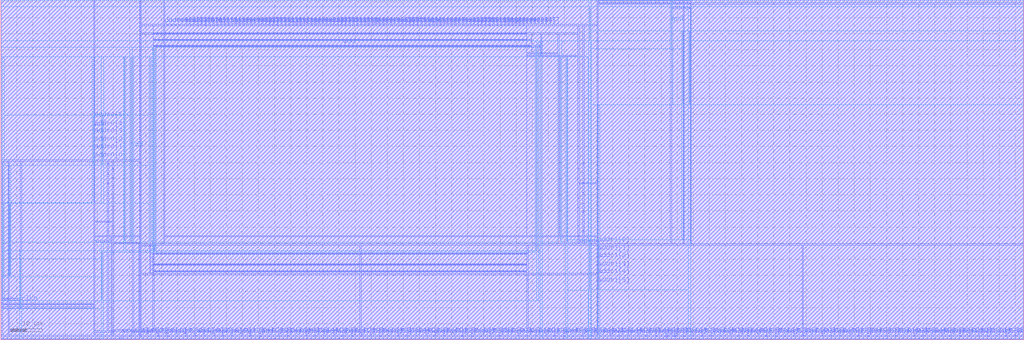
<source format=lef>
VERSION 5.4 ;
NAMESCASESENSITIVE ON ;
BUSBITCHARS "[]" ;
DIVIDERCHAR "/" ;
UNITS
  DATABASE MICRONS 2000 ;
END UNITS
MACRO freepdk45_sram_1w1r_38x96_32
   CLASS BLOCK ;
   SIZE 317.615 BY 105.555 ;
   SYMMETRY X Y R90 ;
   PIN din0[0]
      DIRECTION INPUT ;
      PORT
         LAYER metal3 ;
         RECT  43.27 1.105 43.405 1.24 ;
      END
   END din0[0]
   PIN din0[1]
      DIRECTION INPUT ;
      PORT
         LAYER metal3 ;
         RECT  46.13 1.105 46.265 1.24 ;
      END
   END din0[1]
   PIN din0[2]
      DIRECTION INPUT ;
      PORT
         LAYER metal3 ;
         RECT  48.99 1.105 49.125 1.24 ;
      END
   END din0[2]
   PIN din0[3]
      DIRECTION INPUT ;
      PORT
         LAYER metal3 ;
         RECT  51.85 1.105 51.985 1.24 ;
      END
   END din0[3]
   PIN din0[4]
      DIRECTION INPUT ;
      PORT
         LAYER metal3 ;
         RECT  54.71 1.105 54.845 1.24 ;
      END
   END din0[4]
   PIN din0[5]
      DIRECTION INPUT ;
      PORT
         LAYER metal3 ;
         RECT  57.57 1.105 57.705 1.24 ;
      END
   END din0[5]
   PIN din0[6]
      DIRECTION INPUT ;
      PORT
         LAYER metal3 ;
         RECT  60.43 1.105 60.565 1.24 ;
      END
   END din0[6]
   PIN din0[7]
      DIRECTION INPUT ;
      PORT
         LAYER metal3 ;
         RECT  63.29 1.105 63.425 1.24 ;
      END
   END din0[7]
   PIN din0[8]
      DIRECTION INPUT ;
      PORT
         LAYER metal3 ;
         RECT  66.15 1.105 66.285 1.24 ;
      END
   END din0[8]
   PIN din0[9]
      DIRECTION INPUT ;
      PORT
         LAYER metal3 ;
         RECT  69.01 1.105 69.145 1.24 ;
      END
   END din0[9]
   PIN din0[10]
      DIRECTION INPUT ;
      PORT
         LAYER metal3 ;
         RECT  71.87 1.105 72.005 1.24 ;
      END
   END din0[10]
   PIN din0[11]
      DIRECTION INPUT ;
      PORT
         LAYER metal3 ;
         RECT  74.73 1.105 74.865 1.24 ;
      END
   END din0[11]
   PIN din0[12]
      DIRECTION INPUT ;
      PORT
         LAYER metal3 ;
         RECT  77.59 1.105 77.725 1.24 ;
      END
   END din0[12]
   PIN din0[13]
      DIRECTION INPUT ;
      PORT
         LAYER metal3 ;
         RECT  80.45 1.105 80.585 1.24 ;
      END
   END din0[13]
   PIN din0[14]
      DIRECTION INPUT ;
      PORT
         LAYER metal3 ;
         RECT  83.31 1.105 83.445 1.24 ;
      END
   END din0[14]
   PIN din0[15]
      DIRECTION INPUT ;
      PORT
         LAYER metal3 ;
         RECT  86.17 1.105 86.305 1.24 ;
      END
   END din0[15]
   PIN din0[16]
      DIRECTION INPUT ;
      PORT
         LAYER metal3 ;
         RECT  89.03 1.105 89.165 1.24 ;
      END
   END din0[16]
   PIN din0[17]
      DIRECTION INPUT ;
      PORT
         LAYER metal3 ;
         RECT  91.89 1.105 92.025 1.24 ;
      END
   END din0[17]
   PIN din0[18]
      DIRECTION INPUT ;
      PORT
         LAYER metal3 ;
         RECT  94.75 1.105 94.885 1.24 ;
      END
   END din0[18]
   PIN din0[19]
      DIRECTION INPUT ;
      PORT
         LAYER metal3 ;
         RECT  97.61 1.105 97.745 1.24 ;
      END
   END din0[19]
   PIN din0[20]
      DIRECTION INPUT ;
      PORT
         LAYER metal3 ;
         RECT  100.47 1.105 100.605 1.24 ;
      END
   END din0[20]
   PIN din0[21]
      DIRECTION INPUT ;
      PORT
         LAYER metal3 ;
         RECT  103.33 1.105 103.465 1.24 ;
      END
   END din0[21]
   PIN din0[22]
      DIRECTION INPUT ;
      PORT
         LAYER metal3 ;
         RECT  106.19 1.105 106.325 1.24 ;
      END
   END din0[22]
   PIN din0[23]
      DIRECTION INPUT ;
      PORT
         LAYER metal3 ;
         RECT  109.05 1.105 109.185 1.24 ;
      END
   END din0[23]
   PIN din0[24]
      DIRECTION INPUT ;
      PORT
         LAYER metal3 ;
         RECT  111.91 1.105 112.045 1.24 ;
      END
   END din0[24]
   PIN din0[25]
      DIRECTION INPUT ;
      PORT
         LAYER metal3 ;
         RECT  114.77 1.105 114.905 1.24 ;
      END
   END din0[25]
   PIN din0[26]
      DIRECTION INPUT ;
      PORT
         LAYER metal3 ;
         RECT  117.63 1.105 117.765 1.24 ;
      END
   END din0[26]
   PIN din0[27]
      DIRECTION INPUT ;
      PORT
         LAYER metal3 ;
         RECT  120.49 1.105 120.625 1.24 ;
      END
   END din0[27]
   PIN din0[28]
      DIRECTION INPUT ;
      PORT
         LAYER metal3 ;
         RECT  123.35 1.105 123.485 1.24 ;
      END
   END din0[28]
   PIN din0[29]
      DIRECTION INPUT ;
      PORT
         LAYER metal3 ;
         RECT  126.21 1.105 126.345 1.24 ;
      END
   END din0[29]
   PIN din0[30]
      DIRECTION INPUT ;
      PORT
         LAYER metal3 ;
         RECT  129.07 1.105 129.205 1.24 ;
      END
   END din0[30]
   PIN din0[31]
      DIRECTION INPUT ;
      PORT
         LAYER metal3 ;
         RECT  131.93 1.105 132.065 1.24 ;
      END
   END din0[31]
   PIN din0[32]
      DIRECTION INPUT ;
      PORT
         LAYER metal3 ;
         RECT  134.79 1.105 134.925 1.24 ;
      END
   END din0[32]
   PIN din0[33]
      DIRECTION INPUT ;
      PORT
         LAYER metal3 ;
         RECT  137.65 1.105 137.785 1.24 ;
      END
   END din0[33]
   PIN din0[34]
      DIRECTION INPUT ;
      PORT
         LAYER metal3 ;
         RECT  140.51 1.105 140.645 1.24 ;
      END
   END din0[34]
   PIN din0[35]
      DIRECTION INPUT ;
      PORT
         LAYER metal3 ;
         RECT  143.37 1.105 143.505 1.24 ;
      END
   END din0[35]
   PIN din0[36]
      DIRECTION INPUT ;
      PORT
         LAYER metal3 ;
         RECT  146.23 1.105 146.365 1.24 ;
      END
   END din0[36]
   PIN din0[37]
      DIRECTION INPUT ;
      PORT
         LAYER metal3 ;
         RECT  149.09 1.105 149.225 1.24 ;
      END
   END din0[37]
   PIN din0[38]
      DIRECTION INPUT ;
      PORT
         LAYER metal3 ;
         RECT  151.95 1.105 152.085 1.24 ;
      END
   END din0[38]
   PIN din0[39]
      DIRECTION INPUT ;
      PORT
         LAYER metal3 ;
         RECT  154.81 1.105 154.945 1.24 ;
      END
   END din0[39]
   PIN din0[40]
      DIRECTION INPUT ;
      PORT
         LAYER metal3 ;
         RECT  157.67 1.105 157.805 1.24 ;
      END
   END din0[40]
   PIN din0[41]
      DIRECTION INPUT ;
      PORT
         LAYER metal3 ;
         RECT  160.53 1.105 160.665 1.24 ;
      END
   END din0[41]
   PIN din0[42]
      DIRECTION INPUT ;
      PORT
         LAYER metal3 ;
         RECT  163.39 1.105 163.525 1.24 ;
      END
   END din0[42]
   PIN din0[43]
      DIRECTION INPUT ;
      PORT
         LAYER metal3 ;
         RECT  166.25 1.105 166.385 1.24 ;
      END
   END din0[43]
   PIN din0[44]
      DIRECTION INPUT ;
      PORT
         LAYER metal3 ;
         RECT  169.11 1.105 169.245 1.24 ;
      END
   END din0[44]
   PIN din0[45]
      DIRECTION INPUT ;
      PORT
         LAYER metal3 ;
         RECT  171.97 1.105 172.105 1.24 ;
      END
   END din0[45]
   PIN din0[46]
      DIRECTION INPUT ;
      PORT
         LAYER metal3 ;
         RECT  174.83 1.105 174.965 1.24 ;
      END
   END din0[46]
   PIN din0[47]
      DIRECTION INPUT ;
      PORT
         LAYER metal3 ;
         RECT  177.69 1.105 177.825 1.24 ;
      END
   END din0[47]
   PIN din0[48]
      DIRECTION INPUT ;
      PORT
         LAYER metal3 ;
         RECT  180.55 1.105 180.685 1.24 ;
      END
   END din0[48]
   PIN din0[49]
      DIRECTION INPUT ;
      PORT
         LAYER metal3 ;
         RECT  183.41 1.105 183.545 1.24 ;
      END
   END din0[49]
   PIN din0[50]
      DIRECTION INPUT ;
      PORT
         LAYER metal3 ;
         RECT  186.27 1.105 186.405 1.24 ;
      END
   END din0[50]
   PIN din0[51]
      DIRECTION INPUT ;
      PORT
         LAYER metal3 ;
         RECT  189.13 1.105 189.265 1.24 ;
      END
   END din0[51]
   PIN din0[52]
      DIRECTION INPUT ;
      PORT
         LAYER metal3 ;
         RECT  191.99 1.105 192.125 1.24 ;
      END
   END din0[52]
   PIN din0[53]
      DIRECTION INPUT ;
      PORT
         LAYER metal3 ;
         RECT  194.85 1.105 194.985 1.24 ;
      END
   END din0[53]
   PIN din0[54]
      DIRECTION INPUT ;
      PORT
         LAYER metal3 ;
         RECT  197.71 1.105 197.845 1.24 ;
      END
   END din0[54]
   PIN din0[55]
      DIRECTION INPUT ;
      PORT
         LAYER metal3 ;
         RECT  200.57 1.105 200.705 1.24 ;
      END
   END din0[55]
   PIN din0[56]
      DIRECTION INPUT ;
      PORT
         LAYER metal3 ;
         RECT  203.43 1.105 203.565 1.24 ;
      END
   END din0[56]
   PIN din0[57]
      DIRECTION INPUT ;
      PORT
         LAYER metal3 ;
         RECT  206.29 1.105 206.425 1.24 ;
      END
   END din0[57]
   PIN din0[58]
      DIRECTION INPUT ;
      PORT
         LAYER metal3 ;
         RECT  209.15 1.105 209.285 1.24 ;
      END
   END din0[58]
   PIN din0[59]
      DIRECTION INPUT ;
      PORT
         LAYER metal3 ;
         RECT  212.01 1.105 212.145 1.24 ;
      END
   END din0[59]
   PIN din0[60]
      DIRECTION INPUT ;
      PORT
         LAYER metal3 ;
         RECT  214.87 1.105 215.005 1.24 ;
      END
   END din0[60]
   PIN din0[61]
      DIRECTION INPUT ;
      PORT
         LAYER metal3 ;
         RECT  217.73 1.105 217.865 1.24 ;
      END
   END din0[61]
   PIN din0[62]
      DIRECTION INPUT ;
      PORT
         LAYER metal3 ;
         RECT  220.59 1.105 220.725 1.24 ;
      END
   END din0[62]
   PIN din0[63]
      DIRECTION INPUT ;
      PORT
         LAYER metal3 ;
         RECT  223.45 1.105 223.585 1.24 ;
      END
   END din0[63]
   PIN din0[64]
      DIRECTION INPUT ;
      PORT
         LAYER metal3 ;
         RECT  226.31 1.105 226.445 1.24 ;
      END
   END din0[64]
   PIN din0[65]
      DIRECTION INPUT ;
      PORT
         LAYER metal3 ;
         RECT  229.17 1.105 229.305 1.24 ;
      END
   END din0[65]
   PIN din0[66]
      DIRECTION INPUT ;
      PORT
         LAYER metal3 ;
         RECT  232.03 1.105 232.165 1.24 ;
      END
   END din0[66]
   PIN din0[67]
      DIRECTION INPUT ;
      PORT
         LAYER metal3 ;
         RECT  234.89 1.105 235.025 1.24 ;
      END
   END din0[67]
   PIN din0[68]
      DIRECTION INPUT ;
      PORT
         LAYER metal3 ;
         RECT  237.75 1.105 237.885 1.24 ;
      END
   END din0[68]
   PIN din0[69]
      DIRECTION INPUT ;
      PORT
         LAYER metal3 ;
         RECT  240.61 1.105 240.745 1.24 ;
      END
   END din0[69]
   PIN din0[70]
      DIRECTION INPUT ;
      PORT
         LAYER metal3 ;
         RECT  243.47 1.105 243.605 1.24 ;
      END
   END din0[70]
   PIN din0[71]
      DIRECTION INPUT ;
      PORT
         LAYER metal3 ;
         RECT  246.33 1.105 246.465 1.24 ;
      END
   END din0[71]
   PIN din0[72]
      DIRECTION INPUT ;
      PORT
         LAYER metal3 ;
         RECT  249.19 1.105 249.325 1.24 ;
      END
   END din0[72]
   PIN din0[73]
      DIRECTION INPUT ;
      PORT
         LAYER metal3 ;
         RECT  252.05 1.105 252.185 1.24 ;
      END
   END din0[73]
   PIN din0[74]
      DIRECTION INPUT ;
      PORT
         LAYER metal3 ;
         RECT  254.91 1.105 255.045 1.24 ;
      END
   END din0[74]
   PIN din0[75]
      DIRECTION INPUT ;
      PORT
         LAYER metal3 ;
         RECT  257.77 1.105 257.905 1.24 ;
      END
   END din0[75]
   PIN din0[76]
      DIRECTION INPUT ;
      PORT
         LAYER metal3 ;
         RECT  260.63 1.105 260.765 1.24 ;
      END
   END din0[76]
   PIN din0[77]
      DIRECTION INPUT ;
      PORT
         LAYER metal3 ;
         RECT  263.49 1.105 263.625 1.24 ;
      END
   END din0[77]
   PIN din0[78]
      DIRECTION INPUT ;
      PORT
         LAYER metal3 ;
         RECT  266.35 1.105 266.485 1.24 ;
      END
   END din0[78]
   PIN din0[79]
      DIRECTION INPUT ;
      PORT
         LAYER metal3 ;
         RECT  269.21 1.105 269.345 1.24 ;
      END
   END din0[79]
   PIN din0[80]
      DIRECTION INPUT ;
      PORT
         LAYER metal3 ;
         RECT  272.07 1.105 272.205 1.24 ;
      END
   END din0[80]
   PIN din0[81]
      DIRECTION INPUT ;
      PORT
         LAYER metal3 ;
         RECT  274.93 1.105 275.065 1.24 ;
      END
   END din0[81]
   PIN din0[82]
      DIRECTION INPUT ;
      PORT
         LAYER metal3 ;
         RECT  277.79 1.105 277.925 1.24 ;
      END
   END din0[82]
   PIN din0[83]
      DIRECTION INPUT ;
      PORT
         LAYER metal3 ;
         RECT  280.65 1.105 280.785 1.24 ;
      END
   END din0[83]
   PIN din0[84]
      DIRECTION INPUT ;
      PORT
         LAYER metal3 ;
         RECT  283.51 1.105 283.645 1.24 ;
      END
   END din0[84]
   PIN din0[85]
      DIRECTION INPUT ;
      PORT
         LAYER metal3 ;
         RECT  286.37 1.105 286.505 1.24 ;
      END
   END din0[85]
   PIN din0[86]
      DIRECTION INPUT ;
      PORT
         LAYER metal3 ;
         RECT  289.23 1.105 289.365 1.24 ;
      END
   END din0[86]
   PIN din0[87]
      DIRECTION INPUT ;
      PORT
         LAYER metal3 ;
         RECT  292.09 1.105 292.225 1.24 ;
      END
   END din0[87]
   PIN din0[88]
      DIRECTION INPUT ;
      PORT
         LAYER metal3 ;
         RECT  294.95 1.105 295.085 1.24 ;
      END
   END din0[88]
   PIN din0[89]
      DIRECTION INPUT ;
      PORT
         LAYER metal3 ;
         RECT  297.81 1.105 297.945 1.24 ;
      END
   END din0[89]
   PIN din0[90]
      DIRECTION INPUT ;
      PORT
         LAYER metal3 ;
         RECT  300.67 1.105 300.805 1.24 ;
      END
   END din0[90]
   PIN din0[91]
      DIRECTION INPUT ;
      PORT
         LAYER metal3 ;
         RECT  303.53 1.105 303.665 1.24 ;
      END
   END din0[91]
   PIN din0[92]
      DIRECTION INPUT ;
      PORT
         LAYER metal3 ;
         RECT  306.39 1.105 306.525 1.24 ;
      END
   END din0[92]
   PIN din0[93]
      DIRECTION INPUT ;
      PORT
         LAYER metal3 ;
         RECT  309.25 1.105 309.385 1.24 ;
      END
   END din0[93]
   PIN din0[94]
      DIRECTION INPUT ;
      PORT
         LAYER metal3 ;
         RECT  312.11 1.105 312.245 1.24 ;
      END
   END din0[94]
   PIN din0[95]
      DIRECTION INPUT ;
      PORT
         LAYER metal3 ;
         RECT  314.97 1.105 315.105 1.24 ;
      END
   END din0[95]
   PIN addr0[0]
      DIRECTION INPUT ;
      PORT
         LAYER metal3 ;
         RECT  28.97 55.6125 29.105 55.7475 ;
      END
   END addr0[0]
   PIN addr0[1]
      DIRECTION INPUT ;
      PORT
         LAYER metal3 ;
         RECT  28.97 58.3425 29.105 58.4775 ;
      END
   END addr0[1]
   PIN addr0[2]
      DIRECTION INPUT ;
      PORT
         LAYER metal3 ;
         RECT  28.97 60.5525 29.105 60.6875 ;
      END
   END addr0[2]
   PIN addr0[3]
      DIRECTION INPUT ;
      PORT
         LAYER metal3 ;
         RECT  28.97 63.2825 29.105 63.4175 ;
      END
   END addr0[3]
   PIN addr0[4]
      DIRECTION INPUT ;
      PORT
         LAYER metal3 ;
         RECT  28.97 65.4925 29.105 65.6275 ;
      END
   END addr0[4]
   PIN addr0[5]
      DIRECTION INPUT ;
      PORT
         LAYER metal3 ;
         RECT  28.97 68.2225 29.105 68.3575 ;
      END
   END addr0[5]
   PIN addr1[0]
      DIRECTION INPUT ;
      PORT
         LAYER metal3 ;
         RECT  185.3 29.4825 185.435 29.6175 ;
      END
   END addr1[0]
   PIN addr1[1]
      DIRECTION INPUT ;
      PORT
         LAYER metal3 ;
         RECT  185.3 26.7525 185.435 26.8875 ;
      END
   END addr1[1]
   PIN addr1[2]
      DIRECTION INPUT ;
      PORT
         LAYER metal3 ;
         RECT  185.3 24.5425 185.435 24.6775 ;
      END
   END addr1[2]
   PIN addr1[3]
      DIRECTION INPUT ;
      PORT
         LAYER metal3 ;
         RECT  185.3 21.8125 185.435 21.9475 ;
      END
   END addr1[3]
   PIN addr1[4]
      DIRECTION INPUT ;
      PORT
         LAYER metal3 ;
         RECT  185.3 19.6025 185.435 19.7375 ;
      END
   END addr1[4]
   PIN addr1[5]
      DIRECTION INPUT ;
      PORT
         LAYER metal3 ;
         RECT  185.3 16.8725 185.435 17.0075 ;
      END
   END addr1[5]
   PIN csb0
      DIRECTION INPUT ;
      PORT
         LAYER metal3 ;
         RECT  0.285 11.0225 0.42 11.1575 ;
      END
   END csb0
   PIN csb1
      DIRECTION INPUT ;
      PORT
         LAYER metal3 ;
         RECT  214.125 104.3125 214.26 104.4475 ;
      END
   END csb1
   PIN clk0
      DIRECTION INPUT ;
      PORT
         LAYER metal3 ;
         RECT  6.2475 11.1075 6.3825 11.2425 ;
      END
   END clk0
   PIN clk1
      DIRECTION INPUT ;
      PORT
         LAYER metal3 ;
         RECT  208.0225 104.2275 208.1575 104.3625 ;
      END
   END clk1
   PIN wmask0[0]
      DIRECTION INPUT ;
      PORT
         LAYER metal3 ;
         RECT  34.69 1.105 34.825 1.24 ;
      END
   END wmask0[0]
   PIN wmask0[1]
      DIRECTION INPUT ;
      PORT
         LAYER metal3 ;
         RECT  37.55 1.105 37.685 1.24 ;
      END
   END wmask0[1]
   PIN wmask0[2]
      DIRECTION INPUT ;
      PORT
         LAYER metal3 ;
         RECT  40.41 1.105 40.545 1.24 ;
      END
   END wmask0[2]
   PIN dout1[0]
      DIRECTION OUTPUT ;
      PORT
         LAYER metal3 ;
         RECT  50.6725 97.6025 50.8075 97.7375 ;
      END
   END dout1[0]
   PIN dout1[1]
      DIRECTION OUTPUT ;
      PORT
         LAYER metal3 ;
         RECT  51.8475 97.6025 51.9825 97.7375 ;
      END
   END dout1[1]
   PIN dout1[2]
      DIRECTION OUTPUT ;
      PORT
         LAYER metal3 ;
         RECT  53.0225 97.6025 53.1575 97.7375 ;
      END
   END dout1[2]
   PIN dout1[3]
      DIRECTION OUTPUT ;
      PORT
         LAYER metal3 ;
         RECT  54.1975 97.6025 54.3325 97.7375 ;
      END
   END dout1[3]
   PIN dout1[4]
      DIRECTION OUTPUT ;
      PORT
         LAYER metal3 ;
         RECT  55.3725 97.6025 55.5075 97.7375 ;
      END
   END dout1[4]
   PIN dout1[5]
      DIRECTION OUTPUT ;
      PORT
         LAYER metal3 ;
         RECT  56.5475 97.6025 56.6825 97.7375 ;
      END
   END dout1[5]
   PIN dout1[6]
      DIRECTION OUTPUT ;
      PORT
         LAYER metal3 ;
         RECT  57.7225 97.6025 57.8575 97.7375 ;
      END
   END dout1[6]
   PIN dout1[7]
      DIRECTION OUTPUT ;
      PORT
         LAYER metal3 ;
         RECT  58.8975 97.6025 59.0325 97.7375 ;
      END
   END dout1[7]
   PIN dout1[8]
      DIRECTION OUTPUT ;
      PORT
         LAYER metal3 ;
         RECT  60.0725 97.6025 60.2075 97.7375 ;
      END
   END dout1[8]
   PIN dout1[9]
      DIRECTION OUTPUT ;
      PORT
         LAYER metal3 ;
         RECT  61.2475 97.6025 61.3825 97.7375 ;
      END
   END dout1[9]
   PIN dout1[10]
      DIRECTION OUTPUT ;
      PORT
         LAYER metal3 ;
         RECT  62.4225 97.6025 62.5575 97.7375 ;
      END
   END dout1[10]
   PIN dout1[11]
      DIRECTION OUTPUT ;
      PORT
         LAYER metal3 ;
         RECT  63.5975 97.6025 63.7325 97.7375 ;
      END
   END dout1[11]
   PIN dout1[12]
      DIRECTION OUTPUT ;
      PORT
         LAYER metal3 ;
         RECT  64.7725 97.6025 64.9075 97.7375 ;
      END
   END dout1[12]
   PIN dout1[13]
      DIRECTION OUTPUT ;
      PORT
         LAYER metal3 ;
         RECT  65.9475 97.6025 66.0825 97.7375 ;
      END
   END dout1[13]
   PIN dout1[14]
      DIRECTION OUTPUT ;
      PORT
         LAYER metal3 ;
         RECT  67.1225 97.6025 67.2575 97.7375 ;
      END
   END dout1[14]
   PIN dout1[15]
      DIRECTION OUTPUT ;
      PORT
         LAYER metal3 ;
         RECT  68.2975 97.6025 68.4325 97.7375 ;
      END
   END dout1[15]
   PIN dout1[16]
      DIRECTION OUTPUT ;
      PORT
         LAYER metal3 ;
         RECT  69.4725 97.6025 69.6075 97.7375 ;
      END
   END dout1[16]
   PIN dout1[17]
      DIRECTION OUTPUT ;
      PORT
         LAYER metal3 ;
         RECT  70.6475 97.6025 70.7825 97.7375 ;
      END
   END dout1[17]
   PIN dout1[18]
      DIRECTION OUTPUT ;
      PORT
         LAYER metal3 ;
         RECT  71.8225 97.6025 71.9575 97.7375 ;
      END
   END dout1[18]
   PIN dout1[19]
      DIRECTION OUTPUT ;
      PORT
         LAYER metal3 ;
         RECT  72.9975 97.6025 73.1325 97.7375 ;
      END
   END dout1[19]
   PIN dout1[20]
      DIRECTION OUTPUT ;
      PORT
         LAYER metal3 ;
         RECT  74.1725 97.6025 74.3075 97.7375 ;
      END
   END dout1[20]
   PIN dout1[21]
      DIRECTION OUTPUT ;
      PORT
         LAYER metal3 ;
         RECT  75.3475 97.6025 75.4825 97.7375 ;
      END
   END dout1[21]
   PIN dout1[22]
      DIRECTION OUTPUT ;
      PORT
         LAYER metal3 ;
         RECT  76.5225 97.6025 76.6575 97.7375 ;
      END
   END dout1[22]
   PIN dout1[23]
      DIRECTION OUTPUT ;
      PORT
         LAYER metal3 ;
         RECT  77.6975 97.6025 77.8325 97.7375 ;
      END
   END dout1[23]
   PIN dout1[24]
      DIRECTION OUTPUT ;
      PORT
         LAYER metal3 ;
         RECT  78.8725 97.6025 79.0075 97.7375 ;
      END
   END dout1[24]
   PIN dout1[25]
      DIRECTION OUTPUT ;
      PORT
         LAYER metal3 ;
         RECT  80.0475 97.6025 80.1825 97.7375 ;
      END
   END dout1[25]
   PIN dout1[26]
      DIRECTION OUTPUT ;
      PORT
         LAYER metal3 ;
         RECT  81.2225 97.6025 81.3575 97.7375 ;
      END
   END dout1[26]
   PIN dout1[27]
      DIRECTION OUTPUT ;
      PORT
         LAYER metal3 ;
         RECT  82.3975 97.6025 82.5325 97.7375 ;
      END
   END dout1[27]
   PIN dout1[28]
      DIRECTION OUTPUT ;
      PORT
         LAYER metal3 ;
         RECT  83.5725 97.6025 83.7075 97.7375 ;
      END
   END dout1[28]
   PIN dout1[29]
      DIRECTION OUTPUT ;
      PORT
         LAYER metal3 ;
         RECT  84.7475 97.6025 84.8825 97.7375 ;
      END
   END dout1[29]
   PIN dout1[30]
      DIRECTION OUTPUT ;
      PORT
         LAYER metal3 ;
         RECT  85.9225 97.6025 86.0575 97.7375 ;
      END
   END dout1[30]
   PIN dout1[31]
      DIRECTION OUTPUT ;
      PORT
         LAYER metal3 ;
         RECT  87.0975 97.6025 87.2325 97.7375 ;
      END
   END dout1[31]
   PIN dout1[32]
      DIRECTION OUTPUT ;
      PORT
         LAYER metal3 ;
         RECT  88.2725 97.6025 88.4075 97.7375 ;
      END
   END dout1[32]
   PIN dout1[33]
      DIRECTION OUTPUT ;
      PORT
         LAYER metal3 ;
         RECT  89.4475 97.6025 89.5825 97.7375 ;
      END
   END dout1[33]
   PIN dout1[34]
      DIRECTION OUTPUT ;
      PORT
         LAYER metal3 ;
         RECT  90.6225 97.6025 90.7575 97.7375 ;
      END
   END dout1[34]
   PIN dout1[35]
      DIRECTION OUTPUT ;
      PORT
         LAYER metal3 ;
         RECT  91.7975 97.6025 91.9325 97.7375 ;
      END
   END dout1[35]
   PIN dout1[36]
      DIRECTION OUTPUT ;
      PORT
         LAYER metal3 ;
         RECT  92.9725 97.6025 93.1075 97.7375 ;
      END
   END dout1[36]
   PIN dout1[37]
      DIRECTION OUTPUT ;
      PORT
         LAYER metal3 ;
         RECT  94.1475 97.6025 94.2825 97.7375 ;
      END
   END dout1[37]
   PIN dout1[38]
      DIRECTION OUTPUT ;
      PORT
         LAYER metal3 ;
         RECT  95.3225 97.6025 95.4575 97.7375 ;
      END
   END dout1[38]
   PIN dout1[39]
      DIRECTION OUTPUT ;
      PORT
         LAYER metal3 ;
         RECT  96.4975 97.6025 96.6325 97.7375 ;
      END
   END dout1[39]
   PIN dout1[40]
      DIRECTION OUTPUT ;
      PORT
         LAYER metal3 ;
         RECT  97.6725 97.6025 97.8075 97.7375 ;
      END
   END dout1[40]
   PIN dout1[41]
      DIRECTION OUTPUT ;
      PORT
         LAYER metal3 ;
         RECT  98.8475 97.6025 98.9825 97.7375 ;
      END
   END dout1[41]
   PIN dout1[42]
      DIRECTION OUTPUT ;
      PORT
         LAYER metal3 ;
         RECT  100.0225 97.6025 100.1575 97.7375 ;
      END
   END dout1[42]
   PIN dout1[43]
      DIRECTION OUTPUT ;
      PORT
         LAYER metal3 ;
         RECT  101.1975 97.6025 101.3325 97.7375 ;
      END
   END dout1[43]
   PIN dout1[44]
      DIRECTION OUTPUT ;
      PORT
         LAYER metal3 ;
         RECT  102.3725 97.6025 102.5075 97.7375 ;
      END
   END dout1[44]
   PIN dout1[45]
      DIRECTION OUTPUT ;
      PORT
         LAYER metal3 ;
         RECT  103.5475 97.6025 103.6825 97.7375 ;
      END
   END dout1[45]
   PIN dout1[46]
      DIRECTION OUTPUT ;
      PORT
         LAYER metal3 ;
         RECT  104.7225 97.6025 104.8575 97.7375 ;
      END
   END dout1[46]
   PIN dout1[47]
      DIRECTION OUTPUT ;
      PORT
         LAYER metal3 ;
         RECT  105.8975 97.6025 106.0325 97.7375 ;
      END
   END dout1[47]
   PIN dout1[48]
      DIRECTION OUTPUT ;
      PORT
         LAYER metal3 ;
         RECT  107.0725 97.6025 107.2075 97.7375 ;
      END
   END dout1[48]
   PIN dout1[49]
      DIRECTION OUTPUT ;
      PORT
         LAYER metal3 ;
         RECT  108.2475 97.6025 108.3825 97.7375 ;
      END
   END dout1[49]
   PIN dout1[50]
      DIRECTION OUTPUT ;
      PORT
         LAYER metal3 ;
         RECT  109.4225 97.6025 109.5575 97.7375 ;
      END
   END dout1[50]
   PIN dout1[51]
      DIRECTION OUTPUT ;
      PORT
         LAYER metal3 ;
         RECT  110.5975 97.6025 110.7325 97.7375 ;
      END
   END dout1[51]
   PIN dout1[52]
      DIRECTION OUTPUT ;
      PORT
         LAYER metal3 ;
         RECT  111.7725 97.6025 111.9075 97.7375 ;
      END
   END dout1[52]
   PIN dout1[53]
      DIRECTION OUTPUT ;
      PORT
         LAYER metal3 ;
         RECT  112.9475 97.6025 113.0825 97.7375 ;
      END
   END dout1[53]
   PIN dout1[54]
      DIRECTION OUTPUT ;
      PORT
         LAYER metal3 ;
         RECT  114.1225 97.6025 114.2575 97.7375 ;
      END
   END dout1[54]
   PIN dout1[55]
      DIRECTION OUTPUT ;
      PORT
         LAYER metal3 ;
         RECT  115.2975 97.6025 115.4325 97.7375 ;
      END
   END dout1[55]
   PIN dout1[56]
      DIRECTION OUTPUT ;
      PORT
         LAYER metal3 ;
         RECT  116.4725 97.6025 116.6075 97.7375 ;
      END
   END dout1[56]
   PIN dout1[57]
      DIRECTION OUTPUT ;
      PORT
         LAYER metal3 ;
         RECT  117.6475 97.6025 117.7825 97.7375 ;
      END
   END dout1[57]
   PIN dout1[58]
      DIRECTION OUTPUT ;
      PORT
         LAYER metal3 ;
         RECT  118.8225 97.6025 118.9575 97.7375 ;
      END
   END dout1[58]
   PIN dout1[59]
      DIRECTION OUTPUT ;
      PORT
         LAYER metal3 ;
         RECT  119.9975 97.6025 120.1325 97.7375 ;
      END
   END dout1[59]
   PIN dout1[60]
      DIRECTION OUTPUT ;
      PORT
         LAYER metal3 ;
         RECT  121.1725 97.6025 121.3075 97.7375 ;
      END
   END dout1[60]
   PIN dout1[61]
      DIRECTION OUTPUT ;
      PORT
         LAYER metal3 ;
         RECT  122.3475 97.6025 122.4825 97.7375 ;
      END
   END dout1[61]
   PIN dout1[62]
      DIRECTION OUTPUT ;
      PORT
         LAYER metal3 ;
         RECT  123.5225 97.6025 123.6575 97.7375 ;
      END
   END dout1[62]
   PIN dout1[63]
      DIRECTION OUTPUT ;
      PORT
         LAYER metal3 ;
         RECT  124.6975 97.6025 124.8325 97.7375 ;
      END
   END dout1[63]
   PIN dout1[64]
      DIRECTION OUTPUT ;
      PORT
         LAYER metal3 ;
         RECT  125.8725 97.6025 126.0075 97.7375 ;
      END
   END dout1[64]
   PIN dout1[65]
      DIRECTION OUTPUT ;
      PORT
         LAYER metal3 ;
         RECT  127.0475 97.6025 127.1825 97.7375 ;
      END
   END dout1[65]
   PIN dout1[66]
      DIRECTION OUTPUT ;
      PORT
         LAYER metal3 ;
         RECT  128.2225 97.6025 128.3575 97.7375 ;
      END
   END dout1[66]
   PIN dout1[67]
      DIRECTION OUTPUT ;
      PORT
         LAYER metal3 ;
         RECT  129.3975 97.6025 129.5325 97.7375 ;
      END
   END dout1[67]
   PIN dout1[68]
      DIRECTION OUTPUT ;
      PORT
         LAYER metal3 ;
         RECT  130.5725 97.6025 130.7075 97.7375 ;
      END
   END dout1[68]
   PIN dout1[69]
      DIRECTION OUTPUT ;
      PORT
         LAYER metal3 ;
         RECT  131.7475 97.6025 131.8825 97.7375 ;
      END
   END dout1[69]
   PIN dout1[70]
      DIRECTION OUTPUT ;
      PORT
         LAYER metal3 ;
         RECT  132.9225 97.6025 133.0575 97.7375 ;
      END
   END dout1[70]
   PIN dout1[71]
      DIRECTION OUTPUT ;
      PORT
         LAYER metal3 ;
         RECT  134.0975 97.6025 134.2325 97.7375 ;
      END
   END dout1[71]
   PIN dout1[72]
      DIRECTION OUTPUT ;
      PORT
         LAYER metal3 ;
         RECT  135.2725 97.6025 135.4075 97.7375 ;
      END
   END dout1[72]
   PIN dout1[73]
      DIRECTION OUTPUT ;
      PORT
         LAYER metal3 ;
         RECT  136.4475 97.6025 136.5825 97.7375 ;
      END
   END dout1[73]
   PIN dout1[74]
      DIRECTION OUTPUT ;
      PORT
         LAYER metal3 ;
         RECT  137.6225 97.6025 137.7575 97.7375 ;
      END
   END dout1[74]
   PIN dout1[75]
      DIRECTION OUTPUT ;
      PORT
         LAYER metal3 ;
         RECT  138.7975 97.6025 138.9325 97.7375 ;
      END
   END dout1[75]
   PIN dout1[76]
      DIRECTION OUTPUT ;
      PORT
         LAYER metal3 ;
         RECT  139.9725 97.6025 140.1075 97.7375 ;
      END
   END dout1[76]
   PIN dout1[77]
      DIRECTION OUTPUT ;
      PORT
         LAYER metal3 ;
         RECT  141.1475 97.6025 141.2825 97.7375 ;
      END
   END dout1[77]
   PIN dout1[78]
      DIRECTION OUTPUT ;
      PORT
         LAYER metal3 ;
         RECT  142.3225 97.6025 142.4575 97.7375 ;
      END
   END dout1[78]
   PIN dout1[79]
      DIRECTION OUTPUT ;
      PORT
         LAYER metal3 ;
         RECT  143.4975 97.6025 143.6325 97.7375 ;
      END
   END dout1[79]
   PIN dout1[80]
      DIRECTION OUTPUT ;
      PORT
         LAYER metal3 ;
         RECT  144.6725 97.6025 144.8075 97.7375 ;
      END
   END dout1[80]
   PIN dout1[81]
      DIRECTION OUTPUT ;
      PORT
         LAYER metal3 ;
         RECT  145.8475 97.6025 145.9825 97.7375 ;
      END
   END dout1[81]
   PIN dout1[82]
      DIRECTION OUTPUT ;
      PORT
         LAYER metal3 ;
         RECT  147.0225 97.6025 147.1575 97.7375 ;
      END
   END dout1[82]
   PIN dout1[83]
      DIRECTION OUTPUT ;
      PORT
         LAYER metal3 ;
         RECT  148.1975 97.6025 148.3325 97.7375 ;
      END
   END dout1[83]
   PIN dout1[84]
      DIRECTION OUTPUT ;
      PORT
         LAYER metal3 ;
         RECT  149.3725 97.6025 149.5075 97.7375 ;
      END
   END dout1[84]
   PIN dout1[85]
      DIRECTION OUTPUT ;
      PORT
         LAYER metal3 ;
         RECT  150.5475 97.6025 150.6825 97.7375 ;
      END
   END dout1[85]
   PIN dout1[86]
      DIRECTION OUTPUT ;
      PORT
         LAYER metal3 ;
         RECT  151.7225 97.6025 151.8575 97.7375 ;
      END
   END dout1[86]
   PIN dout1[87]
      DIRECTION OUTPUT ;
      PORT
         LAYER metal3 ;
         RECT  152.8975 97.6025 153.0325 97.7375 ;
      END
   END dout1[87]
   PIN dout1[88]
      DIRECTION OUTPUT ;
      PORT
         LAYER metal3 ;
         RECT  154.0725 97.6025 154.2075 97.7375 ;
      END
   END dout1[88]
   PIN dout1[89]
      DIRECTION OUTPUT ;
      PORT
         LAYER metal3 ;
         RECT  155.2475 97.6025 155.3825 97.7375 ;
      END
   END dout1[89]
   PIN dout1[90]
      DIRECTION OUTPUT ;
      PORT
         LAYER metal3 ;
         RECT  156.4225 97.6025 156.5575 97.7375 ;
      END
   END dout1[90]
   PIN dout1[91]
      DIRECTION OUTPUT ;
      PORT
         LAYER metal3 ;
         RECT  157.5975 97.6025 157.7325 97.7375 ;
      END
   END dout1[91]
   PIN dout1[92]
      DIRECTION OUTPUT ;
      PORT
         LAYER metal3 ;
         RECT  158.7725 97.6025 158.9075 97.7375 ;
      END
   END dout1[92]
   PIN dout1[93]
      DIRECTION OUTPUT ;
      PORT
         LAYER metal3 ;
         RECT  159.9475 97.6025 160.0825 97.7375 ;
      END
   END dout1[93]
   PIN dout1[94]
      DIRECTION OUTPUT ;
      PORT
         LAYER metal3 ;
         RECT  161.1225 97.6025 161.2575 97.7375 ;
      END
   END dout1[94]
   PIN dout1[95]
      DIRECTION OUTPUT ;
      PORT
         LAYER metal3 ;
         RECT  162.2975 97.6025 162.4325 97.7375 ;
      END
   END dout1[95]
   PIN vdd
      DIRECTION INOUT ;
      USE POWER ; 
      SHAPE ABUTMENT ; 
      PORT
         LAYER metal3 ;
         RECT  34.7875 32.0825 34.9225 32.2175 ;
         LAYER metal3 ;
         RECT  111.6275 2.47 111.7625 2.605 ;
         LAYER metal4 ;
         RECT  182.86 93.065 183.0 103.085 ;
         LAYER metal3 ;
         RECT  168.8275 2.47 168.9625 2.605 ;
         LAYER metal3 ;
         RECT  179.2875 32.0825 179.4225 32.2175 ;
         LAYER metal3 ;
         RECT  248.9075 2.47 249.0425 2.605 ;
         LAYER metal3 ;
         RECT  65.8675 2.47 66.0025 2.605 ;
         LAYER metal3 ;
         RECT  179.2875 53.0125 179.4225 53.1475 ;
         LAYER metal3 ;
         RECT  34.7875 50.0225 34.9225 50.1575 ;
         LAYER metal3 ;
         RECT  47.4875 95.0475 163.1025 95.1175 ;
         LAYER metal3 ;
         RECT  40.96 29.88 41.095 30.015 ;
         LAYER metal3 ;
         RECT  88.7475 2.47 88.8825 2.605 ;
         LAYER metal3 ;
         RECT  226.0275 2.47 226.1625 2.605 ;
         LAYER metal4 ;
         RECT  167.73 30.585 167.87 87.535 ;
         LAYER metal3 ;
         RECT  134.5075 2.47 134.6425 2.605 ;
         LAYER metal4 ;
         RECT  31.405 12.385 31.545 27.345 ;
         LAYER metal3 ;
         RECT  283.2275 2.47 283.3625 2.605 ;
         LAYER metal3 ;
         RECT  306.1075 2.47 306.2425 2.605 ;
         LAYER metal4 ;
         RECT  173.73 30.585 173.87 87.605 ;
         LAYER metal3 ;
         RECT  47.3525 20.3175 47.4875 20.4525 ;
         LAYER metal3 ;
         RECT  100.1875 2.47 100.3225 2.605 ;
         LAYER metal3 ;
         RECT  123.0675 2.47 123.2025 2.605 ;
         LAYER metal3 ;
         RECT  179.2875 44.0425 179.4225 44.1775 ;
         LAYER metal3 ;
         RECT  46.3425 29.0925 46.4775 29.2275 ;
         LAYER metal3 ;
         RECT  34.7875 41.0525 34.9225 41.1875 ;
         LAYER metal3 ;
         RECT  34.7875 53.0125 34.9225 53.1475 ;
         LAYER metal3 ;
         RECT  237.4675 2.47 237.6025 2.605 ;
         LAYER metal3 ;
         RECT  179.2875 41.0525 179.4225 41.1875 ;
         LAYER metal3 ;
         RECT  211.985 102.9475 212.12 103.0825 ;
         LAYER metal3 ;
         RECT  157.3875 2.47 157.5225 2.605 ;
         LAYER metal3 ;
         RECT  180.2675 2.47 180.4025 2.605 ;
         LAYER metal3 ;
         RECT  294.6675 2.47 294.8025 2.605 ;
         LAYER metal3 ;
         RECT  145.9475 2.47 146.0825 2.605 ;
         LAYER metal4 ;
         RECT  213.7175 73.305 213.8575 95.7075 ;
         LAYER metal4 ;
         RECT  46.34 30.585 46.48 87.535 ;
         LAYER metal3 ;
         RECT  34.7875 44.0425 34.9225 44.1775 ;
         LAYER metal3 ;
         RECT  179.2875 35.0725 179.4225 35.2075 ;
         LAYER metal4 ;
         RECT  0.6875 19.7625 0.8275 42.165 ;
         LAYER metal3 ;
         RECT  179.2875 50.0225 179.4225 50.1575 ;
         LAYER metal3 ;
         RECT  163.4375 20.3175 163.5725 20.4525 ;
         LAYER metal4 ;
         RECT  28.685 54.505 28.825 69.465 ;
         LAYER metal3 ;
         RECT  34.4075 2.47 34.5425 2.605 ;
         LAYER metal3 ;
         RECT  77.3075 2.47 77.4425 2.605 ;
         LAYER metal3 ;
         RECT  34.7875 35.0725 34.9225 35.2075 ;
         LAYER metal3 ;
         RECT  54.4275 2.47 54.5625 2.605 ;
         LAYER metal3 ;
         RECT  173.115 88.105 173.25 88.24 ;
         LAYER metal3 ;
         RECT  214.5875 2.47 214.7225 2.605 ;
         LAYER metal3 ;
         RECT  167.7325 88.8925 167.8675 89.0275 ;
         LAYER metal3 ;
         RECT  42.9875 2.47 43.1225 2.605 ;
         LAYER metal4 ;
         RECT  166.65 27.415 166.79 90.455 ;
         LAYER metal4 ;
         RECT  185.58 15.765 185.72 30.725 ;
         LAYER metal3 ;
         RECT  191.7075 2.47 191.8425 2.605 ;
         LAYER metal3 ;
         RECT  203.1475 2.47 203.2825 2.605 ;
         LAYER metal3 ;
         RECT  47.4875 26.72 163.5725 26.79 ;
         LAYER metal3 ;
         RECT  271.7875 2.47 271.9225 2.605 ;
         LAYER metal3 ;
         RECT  260.3475 2.47 260.4825 2.605 ;
         LAYER metal3 ;
         RECT  2.425 12.3875 2.56 12.5225 ;
         LAYER metal4 ;
         RECT  47.42 27.415 47.56 90.455 ;
         LAYER metal3 ;
         RECT  47.4875 21.285 163.1025 21.355 ;
         LAYER metal4 ;
         RECT  40.34 30.585 40.48 87.605 ;
         LAYER metal3 ;
         RECT  47.4875 91.15 164.7475 91.22 ;
      END
   END vdd
   PIN gnd
      DIRECTION INOUT ;
      USE GROUND ; 
      SHAPE ABUTMENT ; 
      PORT
         LAYER metal3 ;
         RECT  47.4875 93.155 163.1375 93.225 ;
         LAYER metal3 ;
         RECT  180.815 48.5275 180.95 48.6625 ;
         LAYER metal3 ;
         RECT  80.1675 0.0 80.3025 0.135 ;
         LAYER metal3 ;
         RECT  180.815 54.5075 180.95 54.6425 ;
         LAYER metal4 ;
         RECT  175.665 30.5525 175.805 87.605 ;
         LAYER metal3 ;
         RECT  180.815 51.5175 180.95 51.6525 ;
         LAYER metal3 ;
         RECT  217.4475 0.0 217.5825 0.135 ;
         LAYER metal3 ;
         RECT  308.9675 0.0 309.1025 0.135 ;
         LAYER metal3 ;
         RECT  47.3525 18.4975 47.4875 18.6325 ;
         LAYER metal4 ;
         RECT  182.72 15.7 182.86 30.79 ;
         LAYER metal3 ;
         RECT  211.985 105.4175 212.12 105.5525 ;
         LAYER metal3 ;
         RECT  33.26 36.5675 33.395 36.7025 ;
         LAYER metal3 ;
         RECT  240.3275 0.0 240.4625 0.135 ;
         LAYER metal3 ;
         RECT  148.8075 0.0 148.9425 0.135 ;
         LAYER metal3 ;
         RECT  33.26 54.5075 33.395 54.6425 ;
         LAYER metal3 ;
         RECT  180.815 39.5575 180.95 39.6925 ;
         LAYER metal4 ;
         RECT  2.75 19.795 2.89 42.1975 ;
         LAYER metal3 ;
         RECT  180.815 36.5675 180.95 36.7025 ;
         LAYER metal3 ;
         RECT  163.4375 18.4975 163.5725 18.6325 ;
         LAYER metal3 ;
         RECT  171.6875 0.0 171.8225 0.135 ;
         LAYER metal3 ;
         RECT  263.2075 0.0 263.3425 0.135 ;
         LAYER metal3 ;
         RECT  137.3675 0.0 137.5025 0.135 ;
         LAYER metal4 ;
         RECT  6.105 9.915 6.245 24.875 ;
         LAYER metal4 ;
         RECT  173.17 30.5525 173.31 87.5675 ;
         LAYER metal3 ;
         RECT  68.7275 0.0 68.8625 0.135 ;
         LAYER metal3 ;
         RECT  37.2675 0.0 37.4025 0.135 ;
         LAYER metal3 ;
         RECT  57.2875 0.0 57.4225 0.135 ;
         LAYER metal4 ;
         RECT  211.655 73.2725 211.795 95.675 ;
         LAYER metal3 ;
         RECT  160.2475 0.0 160.3825 0.135 ;
         LAYER metal3 ;
         RECT  91.6075 0.0 91.7425 0.135 ;
         LAYER metal3 ;
         RECT  251.7675 0.0 251.9025 0.135 ;
         LAYER metal3 ;
         RECT  33.26 42.5475 33.395 42.6825 ;
         LAYER metal3 ;
         RECT  194.5675 0.0 194.7025 0.135 ;
         LAYER metal3 ;
         RECT  297.5275 0.0 297.6625 0.135 ;
         LAYER metal3 ;
         RECT  45.8475 0.0 45.9825 0.135 ;
         LAYER metal4 ;
         RECT  31.545 54.44 31.685 69.53 ;
         LAYER metal3 ;
         RECT  33.26 48.5275 33.395 48.6625 ;
         LAYER metal3 ;
         RECT  125.9275 0.0 126.0625 0.135 ;
         LAYER metal3 ;
         RECT  180.815 42.5475 180.95 42.6825 ;
         LAYER metal3 ;
         RECT  180.815 30.5875 180.95 30.7225 ;
         LAYER metal4 ;
         RECT  47.88 27.415 48.02 90.455 ;
         LAYER metal3 ;
         RECT  33.26 30.5875 33.395 30.7225 ;
         LAYER metal4 ;
         RECT  166.19 27.415 166.33 90.455 ;
         LAYER metal3 ;
         RECT  33.26 51.5175 33.395 51.6525 ;
         LAYER metal3 ;
         RECT  33.26 33.5775 33.395 33.7125 ;
         LAYER metal3 ;
         RECT  114.4875 0.0 114.6225 0.135 ;
         LAYER metal3 ;
         RECT  286.0875 0.0 286.2225 0.135 ;
         LAYER metal3 ;
         RECT  183.1275 0.0 183.2625 0.135 ;
         LAYER metal3 ;
         RECT  103.0475 0.0 103.1825 0.135 ;
         LAYER metal3 ;
         RECT  228.8875 0.0 229.0225 0.135 ;
         LAYER metal3 ;
         RECT  180.815 33.5775 180.95 33.7125 ;
         LAYER metal3 ;
         RECT  274.6475 0.0 274.7825 0.135 ;
         LAYER metal3 ;
         RECT  33.26 45.5375 33.395 45.6725 ;
         LAYER metal3 ;
         RECT  33.26 39.5575 33.395 39.6925 ;
         LAYER metal3 ;
         RECT  2.425 9.9175 2.56 10.0525 ;
         LAYER metal4 ;
         RECT  38.405 30.5525 38.545 87.605 ;
         LAYER metal4 ;
         RECT  40.9 30.5525 41.04 87.5675 ;
         LAYER metal4 ;
         RECT  208.16 90.595 208.3 105.555 ;
         LAYER metal3 ;
         RECT  180.815 45.5375 180.95 45.6725 ;
         LAYER metal3 ;
         RECT  47.4875 23.335 163.1025 23.405 ;
         LAYER metal3 ;
         RECT  206.0075 0.0 206.1425 0.135 ;
      END
   END gnd
   OBS
   LAYER  metal1 ;
      RECT  0.14 0.14 317.475 105.415 ;
   LAYER  metal2 ;
      RECT  0.14 0.14 317.475 105.415 ;
   LAYER  metal3 ;
      RECT  43.13 0.14 43.545 0.965 ;
      RECT  43.545 0.965 45.99 1.38 ;
      RECT  46.405 0.965 48.85 1.38 ;
      RECT  49.265 0.965 51.71 1.38 ;
      RECT  52.125 0.965 54.57 1.38 ;
      RECT  54.985 0.965 57.43 1.38 ;
      RECT  57.845 0.965 60.29 1.38 ;
      RECT  60.705 0.965 63.15 1.38 ;
      RECT  63.565 0.965 66.01 1.38 ;
      RECT  66.425 0.965 68.87 1.38 ;
      RECT  69.285 0.965 71.73 1.38 ;
      RECT  72.145 0.965 74.59 1.38 ;
      RECT  75.005 0.965 77.45 1.38 ;
      RECT  77.865 0.965 80.31 1.38 ;
      RECT  80.725 0.965 83.17 1.38 ;
      RECT  83.585 0.965 86.03 1.38 ;
      RECT  86.445 0.965 88.89 1.38 ;
      RECT  89.305 0.965 91.75 1.38 ;
      RECT  92.165 0.965 94.61 1.38 ;
      RECT  95.025 0.965 97.47 1.38 ;
      RECT  97.885 0.965 100.33 1.38 ;
      RECT  100.745 0.965 103.19 1.38 ;
      RECT  103.605 0.965 106.05 1.38 ;
      RECT  106.465 0.965 108.91 1.38 ;
      RECT  109.325 0.965 111.77 1.38 ;
      RECT  112.185 0.965 114.63 1.38 ;
      RECT  115.045 0.965 117.49 1.38 ;
      RECT  117.905 0.965 120.35 1.38 ;
      RECT  120.765 0.965 123.21 1.38 ;
      RECT  123.625 0.965 126.07 1.38 ;
      RECT  126.485 0.965 128.93 1.38 ;
      RECT  129.345 0.965 131.79 1.38 ;
      RECT  132.205 0.965 134.65 1.38 ;
      RECT  135.065 0.965 137.51 1.38 ;
      RECT  137.925 0.965 140.37 1.38 ;
      RECT  140.785 0.965 143.23 1.38 ;
      RECT  143.645 0.965 146.09 1.38 ;
      RECT  146.505 0.965 148.95 1.38 ;
      RECT  149.365 0.965 151.81 1.38 ;
      RECT  152.225 0.965 154.67 1.38 ;
      RECT  155.085 0.965 157.53 1.38 ;
      RECT  157.945 0.965 160.39 1.38 ;
      RECT  160.805 0.965 163.25 1.38 ;
      RECT  163.665 0.965 166.11 1.38 ;
      RECT  166.525 0.965 168.97 1.38 ;
      RECT  169.385 0.965 171.83 1.38 ;
      RECT  172.245 0.965 174.69 1.38 ;
      RECT  175.105 0.965 177.55 1.38 ;
      RECT  177.965 0.965 180.41 1.38 ;
      RECT  180.825 0.965 183.27 1.38 ;
      RECT  183.685 0.965 186.13 1.38 ;
      RECT  186.545 0.965 188.99 1.38 ;
      RECT  189.405 0.965 191.85 1.38 ;
      RECT  192.265 0.965 194.71 1.38 ;
      RECT  195.125 0.965 197.57 1.38 ;
      RECT  197.985 0.965 200.43 1.38 ;
      RECT  200.845 0.965 203.29 1.38 ;
      RECT  203.705 0.965 206.15 1.38 ;
      RECT  206.565 0.965 209.01 1.38 ;
      RECT  209.425 0.965 211.87 1.38 ;
      RECT  212.285 0.965 214.73 1.38 ;
      RECT  215.145 0.965 217.59 1.38 ;
      RECT  218.005 0.965 220.45 1.38 ;
      RECT  220.865 0.965 223.31 1.38 ;
      RECT  223.725 0.965 226.17 1.38 ;
      RECT  226.585 0.965 229.03 1.38 ;
      RECT  229.445 0.965 231.89 1.38 ;
      RECT  232.305 0.965 234.75 1.38 ;
      RECT  235.165 0.965 237.61 1.38 ;
      RECT  238.025 0.965 240.47 1.38 ;
      RECT  240.885 0.965 243.33 1.38 ;
      RECT  243.745 0.965 246.19 1.38 ;
      RECT  246.605 0.965 249.05 1.38 ;
      RECT  249.465 0.965 251.91 1.38 ;
      RECT  252.325 0.965 254.77 1.38 ;
      RECT  255.185 0.965 257.63 1.38 ;
      RECT  258.045 0.965 260.49 1.38 ;
      RECT  260.905 0.965 263.35 1.38 ;
      RECT  263.765 0.965 266.21 1.38 ;
      RECT  266.625 0.965 269.07 1.38 ;
      RECT  269.485 0.965 271.93 1.38 ;
      RECT  272.345 0.965 274.79 1.38 ;
      RECT  275.205 0.965 277.65 1.38 ;
      RECT  278.065 0.965 280.51 1.38 ;
      RECT  280.925 0.965 283.37 1.38 ;
      RECT  283.785 0.965 286.23 1.38 ;
      RECT  286.645 0.965 289.09 1.38 ;
      RECT  289.505 0.965 291.95 1.38 ;
      RECT  292.365 0.965 294.81 1.38 ;
      RECT  295.225 0.965 297.67 1.38 ;
      RECT  298.085 0.965 300.53 1.38 ;
      RECT  300.945 0.965 303.39 1.38 ;
      RECT  303.805 0.965 306.25 1.38 ;
      RECT  306.665 0.965 309.11 1.38 ;
      RECT  309.525 0.965 311.97 1.38 ;
      RECT  312.385 0.965 314.83 1.38 ;
      RECT  315.245 0.965 317.475 1.38 ;
      RECT  0.14 55.4725 28.83 55.8875 ;
      RECT  0.14 55.8875 28.83 105.415 ;
      RECT  28.83 1.38 29.245 55.4725 ;
      RECT  29.245 55.4725 43.13 55.8875 ;
      RECT  29.245 55.8875 43.13 105.415 ;
      RECT  28.83 55.8875 29.245 58.2025 ;
      RECT  28.83 58.6175 29.245 60.4125 ;
      RECT  28.83 60.8275 29.245 63.1425 ;
      RECT  28.83 63.5575 29.245 65.3525 ;
      RECT  28.83 65.7675 29.245 68.0825 ;
      RECT  28.83 68.4975 29.245 105.415 ;
      RECT  185.16 29.7575 185.575 105.415 ;
      RECT  185.575 29.3425 317.475 29.7575 ;
      RECT  185.16 27.0275 185.575 29.3425 ;
      RECT  185.16 24.8175 185.575 26.6125 ;
      RECT  185.16 22.0875 185.575 24.4025 ;
      RECT  185.16 19.8775 185.575 21.6725 ;
      RECT  185.16 1.38 185.575 16.7325 ;
      RECT  185.16 17.1475 185.575 19.4625 ;
      RECT  0.14 1.38 0.145 10.8825 ;
      RECT  0.14 10.8825 0.145 11.2975 ;
      RECT  0.14 11.2975 0.145 55.4725 ;
      RECT  0.145 1.38 0.56 10.8825 ;
      RECT  0.145 11.2975 0.56 55.4725 ;
      RECT  213.985 29.7575 214.4 104.1725 ;
      RECT  213.985 104.5875 214.4 105.415 ;
      RECT  214.4 29.7575 317.475 104.1725 ;
      RECT  214.4 104.1725 317.475 104.5875 ;
      RECT  214.4 104.5875 317.475 105.415 ;
      RECT  0.56 10.8825 6.1075 10.9675 ;
      RECT  0.56 10.9675 6.1075 11.2975 ;
      RECT  6.1075 10.8825 6.5225 10.9675 ;
      RECT  6.5225 10.8825 28.83 10.9675 ;
      RECT  6.5225 10.9675 28.83 11.2975 ;
      RECT  0.56 11.2975 6.1075 11.3825 ;
      RECT  6.1075 11.3825 6.5225 55.4725 ;
      RECT  6.5225 11.2975 28.83 11.3825 ;
      RECT  6.5225 11.3825 28.83 55.4725 ;
      RECT  185.575 29.7575 207.8825 104.0875 ;
      RECT  185.575 104.0875 207.8825 104.1725 ;
      RECT  207.8825 29.7575 208.2975 104.0875 ;
      RECT  208.2975 104.0875 213.985 104.1725 ;
      RECT  185.575 104.1725 207.8825 104.5025 ;
      RECT  185.575 104.5025 207.8825 104.5875 ;
      RECT  207.8825 104.5025 208.2975 104.5875 ;
      RECT  208.2975 104.1725 213.985 104.5025 ;
      RECT  208.2975 104.5025 213.985 104.5875 ;
      RECT  0.14 0.965 34.55 1.38 ;
      RECT  34.965 0.965 37.41 1.38 ;
      RECT  37.825 0.965 40.27 1.38 ;
      RECT  40.685 0.965 43.13 1.38 ;
      RECT  43.545 97.4625 50.5325 97.8775 ;
      RECT  43.545 97.8775 50.5325 105.415 ;
      RECT  50.5325 97.8775 50.9475 105.415 ;
      RECT  50.9475 97.8775 185.16 105.415 ;
      RECT  50.9475 97.4625 51.7075 97.8775 ;
      RECT  52.1225 97.4625 52.8825 97.8775 ;
      RECT  53.2975 97.4625 54.0575 97.8775 ;
      RECT  54.4725 97.4625 55.2325 97.8775 ;
      RECT  55.6475 97.4625 56.4075 97.8775 ;
      RECT  56.8225 97.4625 57.5825 97.8775 ;
      RECT  57.9975 97.4625 58.7575 97.8775 ;
      RECT  59.1725 97.4625 59.9325 97.8775 ;
      RECT  60.3475 97.4625 61.1075 97.8775 ;
      RECT  61.5225 97.4625 62.2825 97.8775 ;
      RECT  62.6975 97.4625 63.4575 97.8775 ;
      RECT  63.8725 97.4625 64.6325 97.8775 ;
      RECT  65.0475 97.4625 65.8075 97.8775 ;
      RECT  66.2225 97.4625 66.9825 97.8775 ;
      RECT  67.3975 97.4625 68.1575 97.8775 ;
      RECT  68.5725 97.4625 69.3325 97.8775 ;
      RECT  69.7475 97.4625 70.5075 97.8775 ;
      RECT  70.9225 97.4625 71.6825 97.8775 ;
      RECT  72.0975 97.4625 72.8575 97.8775 ;
      RECT  73.2725 97.4625 74.0325 97.8775 ;
      RECT  74.4475 97.4625 75.2075 97.8775 ;
      RECT  75.6225 97.4625 76.3825 97.8775 ;
      RECT  76.7975 97.4625 77.5575 97.8775 ;
      RECT  77.9725 97.4625 78.7325 97.8775 ;
      RECT  79.1475 97.4625 79.9075 97.8775 ;
      RECT  80.3225 97.4625 81.0825 97.8775 ;
      RECT  81.4975 97.4625 82.2575 97.8775 ;
      RECT  82.6725 97.4625 83.4325 97.8775 ;
      RECT  83.8475 97.4625 84.6075 97.8775 ;
      RECT  85.0225 97.4625 85.7825 97.8775 ;
      RECT  86.1975 97.4625 86.9575 97.8775 ;
      RECT  87.3725 97.4625 88.1325 97.8775 ;
      RECT  88.5475 97.4625 89.3075 97.8775 ;
      RECT  89.7225 97.4625 90.4825 97.8775 ;
      RECT  90.8975 97.4625 91.6575 97.8775 ;
      RECT  92.0725 97.4625 92.8325 97.8775 ;
      RECT  93.2475 97.4625 94.0075 97.8775 ;
      RECT  94.4225 97.4625 95.1825 97.8775 ;
      RECT  95.5975 97.4625 96.3575 97.8775 ;
      RECT  96.7725 97.4625 97.5325 97.8775 ;
      RECT  97.9475 97.4625 98.7075 97.8775 ;
      RECT  99.1225 97.4625 99.8825 97.8775 ;
      RECT  100.2975 97.4625 101.0575 97.8775 ;
      RECT  101.4725 97.4625 102.2325 97.8775 ;
      RECT  102.6475 97.4625 103.4075 97.8775 ;
      RECT  103.8225 97.4625 104.5825 97.8775 ;
      RECT  104.9975 97.4625 105.7575 97.8775 ;
      RECT  106.1725 97.4625 106.9325 97.8775 ;
      RECT  107.3475 97.4625 108.1075 97.8775 ;
      RECT  108.5225 97.4625 109.2825 97.8775 ;
      RECT  109.6975 97.4625 110.4575 97.8775 ;
      RECT  110.8725 97.4625 111.6325 97.8775 ;
      RECT  112.0475 97.4625 112.8075 97.8775 ;
      RECT  113.2225 97.4625 113.9825 97.8775 ;
      RECT  114.3975 97.4625 115.1575 97.8775 ;
      RECT  115.5725 97.4625 116.3325 97.8775 ;
      RECT  116.7475 97.4625 117.5075 97.8775 ;
      RECT  117.9225 97.4625 118.6825 97.8775 ;
      RECT  119.0975 97.4625 119.8575 97.8775 ;
      RECT  120.2725 97.4625 121.0325 97.8775 ;
      RECT  121.4475 97.4625 122.2075 97.8775 ;
      RECT  122.6225 97.4625 123.3825 97.8775 ;
      RECT  123.7975 97.4625 124.5575 97.8775 ;
      RECT  124.9725 97.4625 125.7325 97.8775 ;
      RECT  126.1475 97.4625 126.9075 97.8775 ;
      RECT  127.3225 97.4625 128.0825 97.8775 ;
      RECT  128.4975 97.4625 129.2575 97.8775 ;
      RECT  129.6725 97.4625 130.4325 97.8775 ;
      RECT  130.8475 97.4625 131.6075 97.8775 ;
      RECT  132.0225 97.4625 132.7825 97.8775 ;
      RECT  133.1975 97.4625 133.9575 97.8775 ;
      RECT  134.3725 97.4625 135.1325 97.8775 ;
      RECT  135.5475 97.4625 136.3075 97.8775 ;
      RECT  136.7225 97.4625 137.4825 97.8775 ;
      RECT  137.8975 97.4625 138.6575 97.8775 ;
      RECT  139.0725 97.4625 139.8325 97.8775 ;
      RECT  140.2475 97.4625 141.0075 97.8775 ;
      RECT  141.4225 97.4625 142.1825 97.8775 ;
      RECT  142.5975 97.4625 143.3575 97.8775 ;
      RECT  143.7725 97.4625 144.5325 97.8775 ;
      RECT  144.9475 97.4625 145.7075 97.8775 ;
      RECT  146.1225 97.4625 146.8825 97.8775 ;
      RECT  147.2975 97.4625 148.0575 97.8775 ;
      RECT  148.4725 97.4625 149.2325 97.8775 ;
      RECT  149.6475 97.4625 150.4075 97.8775 ;
      RECT  150.8225 97.4625 151.5825 97.8775 ;
      RECT  151.9975 97.4625 152.7575 97.8775 ;
      RECT  153.1725 97.4625 153.9325 97.8775 ;
      RECT  154.3475 97.4625 155.1075 97.8775 ;
      RECT  155.5225 97.4625 156.2825 97.8775 ;
      RECT  156.6975 97.4625 157.4575 97.8775 ;
      RECT  157.8725 97.4625 158.6325 97.8775 ;
      RECT  159.0475 97.4625 159.8075 97.8775 ;
      RECT  160.2225 97.4625 160.9825 97.8775 ;
      RECT  161.3975 97.4625 162.1575 97.8775 ;
      RECT  162.5725 97.4625 185.16 97.8775 ;
      RECT  29.245 31.9425 34.6475 32.3575 ;
      RECT  35.0625 31.9425 43.13 32.3575 ;
      RECT  35.0625 32.3575 43.13 55.4725 ;
      RECT  43.545 1.38 111.4875 2.33 ;
      RECT  111.4875 1.38 111.9025 2.33 ;
      RECT  111.9025 1.38 185.16 2.33 ;
      RECT  50.9475 29.7575 179.1475 31.9425 ;
      RECT  50.9475 31.9425 179.1475 32.3575 ;
      RECT  179.1475 29.7575 179.5625 31.9425 ;
      RECT  179.5625 31.9425 185.16 32.3575 ;
      RECT  185.575 1.38 248.7675 2.33 ;
      RECT  185.575 2.745 248.7675 29.3425 ;
      RECT  248.7675 1.38 249.1825 2.33 ;
      RECT  248.7675 2.745 249.1825 29.3425 ;
      RECT  249.1825 1.38 317.475 2.33 ;
      RECT  249.1825 2.745 317.475 29.3425 ;
      RECT  179.1475 53.2875 179.5625 97.4625 ;
      RECT  43.545 29.7575 47.3475 94.9075 ;
      RECT  43.545 94.9075 47.3475 95.2575 ;
      RECT  43.545 95.2575 47.3475 97.4625 ;
      RECT  47.3475 95.2575 50.5325 97.4625 ;
      RECT  50.5325 95.2575 50.9475 97.4625 ;
      RECT  50.9475 95.2575 163.2425 97.4625 ;
      RECT  163.2425 94.9075 179.1475 95.2575 ;
      RECT  163.2425 95.2575 179.1475 97.4625 ;
      RECT  35.0625 1.38 40.82 29.74 ;
      RECT  35.0625 29.74 40.82 30.155 ;
      RECT  35.0625 30.155 40.82 31.9425 ;
      RECT  40.82 1.38 41.235 29.74 ;
      RECT  40.82 30.155 41.235 31.9425 ;
      RECT  41.235 29.74 43.13 30.155 ;
      RECT  41.235 30.155 43.13 31.9425 ;
      RECT  306.3825 2.33 317.475 2.745 ;
      RECT  43.545 2.745 47.2125 20.1775 ;
      RECT  43.545 20.1775 47.2125 20.5925 ;
      RECT  47.6275 2.745 111.4875 20.1775 ;
      RECT  47.6275 20.1775 111.4875 20.5925 ;
      RECT  89.0225 2.33 100.0475 2.745 ;
      RECT  100.4625 2.33 111.4875 2.745 ;
      RECT  111.9025 2.33 122.9275 2.745 ;
      RECT  123.3425 2.33 134.3675 2.745 ;
      RECT  43.545 29.3425 46.2025 29.3675 ;
      RECT  43.545 29.3675 46.2025 29.7575 ;
      RECT  46.2025 29.3675 46.6175 29.7575 ;
      RECT  46.6175 29.3425 185.16 29.3675 ;
      RECT  46.6175 29.3675 185.16 29.7575 ;
      RECT  43.545 20.5925 46.2025 28.9525 ;
      RECT  43.545 28.9525 46.2025 29.3425 ;
      RECT  46.2025 20.5925 46.6175 28.9525 ;
      RECT  46.6175 20.5925 47.2125 28.9525 ;
      RECT  46.6175 28.9525 47.2125 29.3425 ;
      RECT  34.6475 50.2975 35.0625 52.8725 ;
      RECT  34.6475 53.2875 35.0625 55.4725 ;
      RECT  226.3025 2.33 237.3275 2.745 ;
      RECT  237.7425 2.33 248.7675 2.745 ;
      RECT  179.1475 41.3275 179.5625 43.9025 ;
      RECT  208.2975 29.7575 211.845 102.8075 ;
      RECT  208.2975 102.8075 211.845 103.2225 ;
      RECT  208.2975 103.2225 211.845 104.0875 ;
      RECT  211.845 29.7575 212.26 102.8075 ;
      RECT  211.845 103.2225 212.26 104.0875 ;
      RECT  212.26 29.7575 213.985 102.8075 ;
      RECT  212.26 102.8075 213.985 103.2225 ;
      RECT  212.26 103.2225 213.985 104.0875 ;
      RECT  157.6625 2.33 168.6875 2.745 ;
      RECT  169.1025 2.33 180.1275 2.745 ;
      RECT  180.5425 2.33 185.16 2.745 ;
      RECT  283.5025 2.33 294.5275 2.745 ;
      RECT  294.9425 2.33 305.9675 2.745 ;
      RECT  134.7825 2.33 145.8075 2.745 ;
      RECT  146.2225 2.33 157.2475 2.745 ;
      RECT  34.6475 41.3275 35.0625 43.9025 ;
      RECT  34.6475 44.3175 35.0625 49.8825 ;
      RECT  179.1475 32.3575 179.5625 34.9325 ;
      RECT  179.1475 35.3475 179.5625 40.9125 ;
      RECT  179.1475 44.3175 179.5625 49.8825 ;
      RECT  179.1475 50.2975 179.5625 52.8725 ;
      RECT  111.9025 2.745 163.2975 20.1775 ;
      RECT  111.9025 20.1775 163.2975 20.5925 ;
      RECT  163.7125 2.745 185.16 20.1775 ;
      RECT  163.7125 20.1775 185.16 20.5925 ;
      RECT  163.7125 20.5925 185.16 29.3425 ;
      RECT  29.245 1.38 34.2675 2.33 ;
      RECT  29.245 2.33 34.2675 2.745 ;
      RECT  34.2675 1.38 34.6475 2.33 ;
      RECT  34.2675 2.745 34.6475 31.9425 ;
      RECT  34.6475 1.38 34.6825 2.33 ;
      RECT  34.6475 2.745 34.6825 31.9425 ;
      RECT  34.6825 1.38 35.0625 2.33 ;
      RECT  34.6825 2.33 35.0625 2.745 ;
      RECT  34.6825 2.745 35.0625 31.9425 ;
      RECT  66.1425 2.33 77.1675 2.745 ;
      RECT  77.5825 2.33 88.6075 2.745 ;
      RECT  34.6475 32.3575 35.0625 34.9325 ;
      RECT  34.6475 35.3475 35.0625 40.9125 ;
      RECT  43.545 2.33 54.2875 2.745 ;
      RECT  54.7025 2.33 65.7275 2.745 ;
      RECT  163.2425 32.3575 172.975 87.965 ;
      RECT  163.2425 87.965 172.975 88.38 ;
      RECT  172.975 32.3575 173.39 87.965 ;
      RECT  172.975 88.38 173.39 94.9075 ;
      RECT  173.39 32.3575 179.1475 87.965 ;
      RECT  173.39 87.965 179.1475 88.38 ;
      RECT  173.39 88.38 179.1475 94.9075 ;
      RECT  214.8625 2.33 225.8875 2.745 ;
      RECT  163.2425 88.38 167.5925 88.7525 ;
      RECT  163.2425 88.7525 167.5925 89.1675 ;
      RECT  167.5925 88.38 168.0075 88.7525 ;
      RECT  167.5925 89.1675 168.0075 94.9075 ;
      RECT  168.0075 88.38 172.975 88.7525 ;
      RECT  168.0075 88.7525 172.975 89.1675 ;
      RECT  168.0075 89.1675 172.975 94.9075 ;
      RECT  43.13 1.38 43.2625 2.33 ;
      RECT  43.13 2.745 43.2625 105.415 ;
      RECT  43.2625 1.38 43.545 2.33 ;
      RECT  43.2625 2.33 43.545 2.745 ;
      RECT  43.2625 2.745 43.545 105.415 ;
      RECT  41.235 1.38 42.8475 2.33 ;
      RECT  41.235 2.33 42.8475 2.745 ;
      RECT  41.235 2.745 42.8475 29.74 ;
      RECT  42.8475 1.38 43.13 2.33 ;
      RECT  42.8475 2.745 43.13 29.74 ;
      RECT  185.575 2.33 191.5675 2.745 ;
      RECT  191.9825 2.33 203.0075 2.745 ;
      RECT  203.4225 2.33 214.4475 2.745 ;
      RECT  111.4875 26.93 111.9025 29.3425 ;
      RECT  47.2125 20.5925 47.3475 26.58 ;
      RECT  47.2125 26.58 47.3475 26.93 ;
      RECT  47.2125 26.93 47.3475 29.3425 ;
      RECT  47.3475 26.93 47.6275 29.3425 ;
      RECT  47.6275 26.93 111.4875 29.3425 ;
      RECT  111.9025 26.93 163.2975 29.3425 ;
      RECT  163.2975 20.5925 163.7125 26.58 ;
      RECT  163.2975 26.93 163.7125 29.3425 ;
      RECT  272.0625 2.33 283.0875 2.745 ;
      RECT  249.1825 2.33 260.2075 2.745 ;
      RECT  260.6225 2.33 271.6475 2.745 ;
      RECT  0.56 11.3825 2.285 12.2475 ;
      RECT  0.56 12.2475 2.285 12.6625 ;
      RECT  0.56 12.6625 2.285 55.4725 ;
      RECT  2.285 11.3825 2.7 12.2475 ;
      RECT  2.285 12.6625 2.7 55.4725 ;
      RECT  2.7 11.3825 6.1075 12.2475 ;
      RECT  2.7 12.2475 6.1075 12.6625 ;
      RECT  2.7 12.6625 6.1075 55.4725 ;
      RECT  111.4875 2.745 111.9025 21.145 ;
      RECT  47.3475 20.5925 47.6275 21.145 ;
      RECT  47.6275 20.5925 111.4875 21.145 ;
      RECT  111.9025 20.5925 163.2425 21.145 ;
      RECT  163.2425 20.5925 163.2975 21.145 ;
      RECT  163.2425 21.145 163.2975 21.495 ;
      RECT  163.2425 21.495 163.2975 26.58 ;
      RECT  47.3475 29.7575 50.5325 91.01 ;
      RECT  50.5325 29.7575 50.9475 91.01 ;
      RECT  50.9475 32.3575 163.2425 91.01 ;
      RECT  163.2425 89.1675 164.8875 91.01 ;
      RECT  164.8875 89.1675 167.5925 91.01 ;
      RECT  164.8875 91.01 167.5925 91.36 ;
      RECT  164.8875 91.36 167.5925 94.9075 ;
      RECT  47.3475 91.36 50.5325 93.015 ;
      RECT  47.3475 93.365 50.5325 94.9075 ;
      RECT  50.5325 91.36 50.9475 93.015 ;
      RECT  50.5325 93.365 50.9475 94.9075 ;
      RECT  50.9475 91.36 163.2425 93.015 ;
      RECT  50.9475 93.365 163.2425 94.9075 ;
      RECT  163.2425 91.36 163.2775 93.015 ;
      RECT  163.2425 93.365 163.2775 94.9075 ;
      RECT  163.2775 91.36 164.8875 93.015 ;
      RECT  163.2775 93.015 164.8875 93.365 ;
      RECT  163.2775 93.365 164.8875 94.9075 ;
      RECT  179.5625 32.3575 180.675 48.3875 ;
      RECT  179.5625 48.3875 180.675 48.8025 ;
      RECT  179.5625 48.8025 180.675 97.4625 ;
      RECT  181.09 32.3575 185.16 48.3875 ;
      RECT  181.09 48.3875 185.16 48.8025 ;
      RECT  181.09 48.8025 185.16 97.4625 ;
      RECT  43.545 0.275 80.0275 0.965 ;
      RECT  80.0275 0.275 80.4425 0.965 ;
      RECT  80.4425 0.275 317.475 0.965 ;
      RECT  180.675 54.7825 181.09 97.4625 ;
      RECT  180.675 48.8025 181.09 51.3775 ;
      RECT  180.675 51.7925 181.09 54.3675 ;
      RECT  309.2425 0.14 317.475 0.275 ;
      RECT  47.2125 2.745 47.6275 18.3575 ;
      RECT  47.2125 18.7725 47.6275 20.1775 ;
      RECT  185.575 104.5875 211.845 105.2775 ;
      RECT  185.575 105.2775 211.845 105.415 ;
      RECT  211.845 104.5875 212.26 105.2775 ;
      RECT  212.26 104.5875 213.985 105.2775 ;
      RECT  212.26 105.2775 213.985 105.415 ;
      RECT  29.245 32.3575 33.12 36.4275 ;
      RECT  29.245 36.4275 33.12 36.8425 ;
      RECT  29.245 36.8425 33.12 55.4725 ;
      RECT  33.535 32.3575 34.6475 36.4275 ;
      RECT  33.535 36.4275 34.6475 36.8425 ;
      RECT  33.535 36.8425 34.6475 55.4725 ;
      RECT  33.12 54.7825 33.535 55.4725 ;
      RECT  180.675 36.8425 181.09 39.4175 ;
      RECT  163.2975 2.745 163.7125 18.3575 ;
      RECT  163.2975 18.7725 163.7125 20.1775 ;
      RECT  137.6425 0.14 148.6675 0.275 ;
      RECT  69.0025 0.14 80.0275 0.275 ;
      RECT  0.14 0.14 37.1275 0.275 ;
      RECT  0.14 0.275 37.1275 0.965 ;
      RECT  37.1275 0.275 37.5425 0.965 ;
      RECT  37.5425 0.14 43.13 0.275 ;
      RECT  37.5425 0.275 43.13 0.965 ;
      RECT  57.5625 0.14 68.5875 0.275 ;
      RECT  149.0825 0.14 160.1075 0.275 ;
      RECT  160.5225 0.14 171.5475 0.275 ;
      RECT  80.4425 0.14 91.4675 0.275 ;
      RECT  240.6025 0.14 251.6275 0.275 ;
      RECT  252.0425 0.14 263.0675 0.275 ;
      RECT  297.8025 0.14 308.8275 0.275 ;
      RECT  43.545 0.14 45.7075 0.275 ;
      RECT  46.1225 0.14 57.1475 0.275 ;
      RECT  126.2025 0.14 137.2275 0.275 ;
      RECT  180.675 39.8325 181.09 42.4075 ;
      RECT  179.5625 29.7575 180.675 30.4475 ;
      RECT  179.5625 30.4475 180.675 30.8625 ;
      RECT  179.5625 30.8625 180.675 31.9425 ;
      RECT  180.675 29.7575 181.09 30.4475 ;
      RECT  180.675 30.8625 181.09 31.9425 ;
      RECT  181.09 29.7575 185.16 30.4475 ;
      RECT  181.09 30.4475 185.16 30.8625 ;
      RECT  181.09 30.8625 185.16 31.9425 ;
      RECT  29.245 2.745 33.12 30.4475 ;
      RECT  29.245 30.4475 33.12 30.8625 ;
      RECT  29.245 30.8625 33.12 31.9425 ;
      RECT  33.12 2.745 33.535 30.4475 ;
      RECT  33.12 30.8625 33.535 31.9425 ;
      RECT  33.535 2.745 34.2675 30.4475 ;
      RECT  33.535 30.4475 34.2675 30.8625 ;
      RECT  33.535 30.8625 34.2675 31.9425 ;
      RECT  33.12 48.8025 33.535 51.3775 ;
      RECT  33.12 51.7925 33.535 54.3675 ;
      RECT  33.12 32.3575 33.535 33.4375 ;
      RECT  33.12 33.8525 33.535 36.4275 ;
      RECT  114.7625 0.14 125.7875 0.275 ;
      RECT  286.3625 0.14 297.3875 0.275 ;
      RECT  171.9625 0.14 182.9875 0.275 ;
      RECT  183.4025 0.14 194.4275 0.275 ;
      RECT  91.8825 0.14 102.9075 0.275 ;
      RECT  103.3225 0.14 114.3475 0.275 ;
      RECT  217.7225 0.14 228.7475 0.275 ;
      RECT  229.1625 0.14 240.1875 0.275 ;
      RECT  180.675 32.3575 181.09 33.4375 ;
      RECT  180.675 33.8525 181.09 36.4275 ;
      RECT  263.4825 0.14 274.5075 0.275 ;
      RECT  274.9225 0.14 285.9475 0.275 ;
      RECT  33.12 42.8225 33.535 45.3975 ;
      RECT  33.12 45.8125 33.535 48.3875 ;
      RECT  33.12 36.8425 33.535 39.4175 ;
      RECT  33.12 39.8325 33.535 42.4075 ;
      RECT  0.56 1.38 2.285 9.7775 ;
      RECT  0.56 9.7775 2.285 10.1925 ;
      RECT  0.56 10.1925 2.285 10.8825 ;
      RECT  2.285 1.38 2.7 9.7775 ;
      RECT  2.285 10.1925 2.7 10.8825 ;
      RECT  2.7 1.38 28.83 9.7775 ;
      RECT  2.7 9.7775 28.83 10.1925 ;
      RECT  2.7 10.1925 28.83 10.8825 ;
      RECT  180.675 42.8225 181.09 45.3975 ;
      RECT  180.675 45.8125 181.09 48.3875 ;
      RECT  111.4875 21.495 111.9025 23.195 ;
      RECT  111.4875 23.545 111.9025 26.58 ;
      RECT  47.3475 21.495 47.6275 23.195 ;
      RECT  47.3475 23.545 47.6275 26.58 ;
      RECT  47.6275 21.495 111.4875 23.195 ;
      RECT  47.6275 23.545 111.4875 26.58 ;
      RECT  111.9025 21.495 163.2425 23.195 ;
      RECT  111.9025 23.545 163.2425 26.58 ;
      RECT  194.8425 0.14 205.8675 0.275 ;
      RECT  206.2825 0.14 217.3075 0.275 ;
   LAYER  metal4 ;
      RECT  0.14 92.785 182.58 103.365 ;
      RECT  0.14 103.365 182.58 105.415 ;
      RECT  182.58 103.365 183.28 105.415 ;
      RECT  167.45 0.14 168.15 30.305 ;
      RECT  167.45 87.815 168.15 92.785 ;
      RECT  31.125 0.14 31.825 12.105 ;
      RECT  31.125 27.625 31.825 30.305 ;
      RECT  31.825 0.14 167.45 12.105 ;
      RECT  168.15 87.885 173.45 92.785 ;
      RECT  173.45 87.885 174.15 92.785 ;
      RECT  174.15 87.885 182.58 92.785 ;
      RECT  213.4375 0.14 214.1375 73.025 ;
      RECT  214.1375 0.14 317.475 73.025 ;
      RECT  214.1375 73.025 317.475 92.785 ;
      RECT  213.4375 95.9875 214.1375 103.365 ;
      RECT  214.1375 92.785 317.475 95.9875 ;
      RECT  214.1375 95.9875 317.475 103.365 ;
      RECT  0.14 12.105 0.4075 19.4825 ;
      RECT  0.14 19.4825 0.4075 27.625 ;
      RECT  0.4075 12.105 1.1075 19.4825 ;
      RECT  0.14 27.625 0.4075 30.305 ;
      RECT  0.14 30.305 0.4075 42.445 ;
      RECT  0.14 42.445 0.4075 87.815 ;
      RECT  0.4075 42.445 1.1075 87.815 ;
      RECT  1.1075 54.225 28.405 69.745 ;
      RECT  1.1075 69.745 28.405 87.815 ;
      RECT  28.405 42.445 29.105 54.225 ;
      RECT  28.405 69.745 29.105 87.815 ;
      RECT  0.14 90.735 166.37 92.785 ;
      RECT  166.37 90.735 167.07 92.785 ;
      RECT  167.07 87.815 167.45 90.735 ;
      RECT  167.07 90.735 167.45 92.785 ;
      RECT  31.825 12.105 166.37 27.135 ;
      RECT  166.37 12.105 167.07 27.135 ;
      RECT  167.07 12.105 167.45 27.135 ;
      RECT  167.07 27.135 167.45 27.625 ;
      RECT  167.07 27.625 167.45 30.305 ;
      RECT  167.07 30.305 167.45 87.815 ;
      RECT  183.28 0.14 185.3 15.485 ;
      RECT  183.28 15.485 185.3 31.005 ;
      RECT  183.28 31.005 185.3 73.025 ;
      RECT  185.3 0.14 186.0 15.485 ;
      RECT  185.3 31.005 186.0 73.025 ;
      RECT  186.0 0.14 213.4375 15.485 ;
      RECT  186.0 15.485 213.4375 31.005 ;
      RECT  31.825 27.135 47.14 27.625 ;
      RECT  46.76 30.305 47.14 87.815 ;
      RECT  0.14 87.885 40.06 90.735 ;
      RECT  40.06 87.885 40.76 90.735 ;
      RECT  40.76 87.885 47.14 90.735 ;
      RECT  168.15 0.14 175.385 30.2725 ;
      RECT  175.385 0.14 176.085 30.2725 ;
      RECT  174.15 30.305 175.385 87.815 ;
      RECT  174.15 87.815 175.385 87.885 ;
      RECT  176.085 87.815 182.58 87.885 ;
      RECT  182.58 0.14 183.14 15.42 ;
      RECT  182.58 31.07 183.14 92.785 ;
      RECT  183.14 0.14 183.28 15.42 ;
      RECT  183.14 15.42 183.28 31.07 ;
      RECT  183.14 31.07 183.28 92.785 ;
      RECT  176.085 0.14 182.44 15.42 ;
      RECT  176.085 15.42 182.44 30.2725 ;
      RECT  182.44 0.14 182.58 15.42 ;
      RECT  176.085 30.2725 182.44 30.305 ;
      RECT  176.085 30.305 182.44 31.07 ;
      RECT  176.085 31.07 182.44 87.815 ;
      RECT  182.44 31.07 182.58 87.815 ;
      RECT  1.1075 19.4825 2.47 19.515 ;
      RECT  1.1075 19.515 2.47 27.625 ;
      RECT  2.47 19.4825 3.17 19.515 ;
      RECT  1.1075 27.625 2.47 30.305 ;
      RECT  3.17 27.625 31.125 30.305 ;
      RECT  1.1075 42.445 2.47 42.4775 ;
      RECT  1.1075 42.4775 2.47 54.225 ;
      RECT  2.47 42.4775 3.17 54.225 ;
      RECT  3.17 42.445 28.405 42.4775 ;
      RECT  3.17 42.4775 28.405 54.225 ;
      RECT  1.1075 30.305 2.47 42.445 ;
      RECT  0.14 0.14 5.825 9.635 ;
      RECT  0.14 9.635 5.825 12.105 ;
      RECT  5.825 0.14 6.525 9.635 ;
      RECT  6.525 0.14 31.125 9.635 ;
      RECT  6.525 9.635 31.125 12.105 ;
      RECT  1.1075 12.105 5.825 19.4825 ;
      RECT  6.525 12.105 31.125 19.4825 ;
      RECT  3.17 19.4825 5.825 19.515 ;
      RECT  6.525 19.4825 31.125 19.515 ;
      RECT  3.17 19.515 5.825 25.155 ;
      RECT  3.17 25.155 5.825 27.625 ;
      RECT  5.825 25.155 6.525 27.625 ;
      RECT  6.525 19.515 31.125 25.155 ;
      RECT  6.525 25.155 31.125 27.625 ;
      RECT  168.15 30.305 172.89 87.815 ;
      RECT  168.15 87.815 172.89 87.8475 ;
      RECT  168.15 87.8475 172.89 87.885 ;
      RECT  172.89 87.8475 173.45 87.885 ;
      RECT  168.15 30.2725 172.89 30.305 ;
      RECT  173.59 30.2725 175.385 30.305 ;
      RECT  212.075 73.025 213.4375 92.785 ;
      RECT  211.375 95.955 212.075 95.9875 ;
      RECT  212.075 92.785 213.4375 95.955 ;
      RECT  212.075 95.955 213.4375 95.9875 ;
      RECT  186.0 31.005 211.375 72.9925 ;
      RECT  186.0 72.9925 211.375 73.025 ;
      RECT  211.375 31.005 212.075 72.9925 ;
      RECT  212.075 31.005 213.4375 72.9925 ;
      RECT  212.075 72.9925 213.4375 73.025 ;
      RECT  29.105 42.445 31.265 54.16 ;
      RECT  29.105 54.16 31.265 54.225 ;
      RECT  31.265 42.445 31.965 54.16 ;
      RECT  29.105 54.225 31.265 69.745 ;
      RECT  29.105 69.745 31.265 69.81 ;
      RECT  29.105 69.81 31.265 87.815 ;
      RECT  31.265 69.81 31.965 87.815 ;
      RECT  48.3 87.815 165.91 90.735 ;
      RECT  48.3 27.135 165.91 27.625 ;
      RECT  48.3 27.625 165.91 30.305 ;
      RECT  48.3 30.305 165.91 87.815 ;
      RECT  31.825 27.625 38.125 30.2725 ;
      RECT  31.825 30.2725 38.125 30.305 ;
      RECT  38.125 27.625 38.825 30.2725 ;
      RECT  38.825 27.625 47.14 30.2725 ;
      RECT  0.14 87.815 38.125 87.885 ;
      RECT  38.825 87.815 40.06 87.885 ;
      RECT  3.17 30.305 38.125 42.445 ;
      RECT  38.825 30.305 40.06 42.445 ;
      RECT  31.965 42.445 38.125 54.16 ;
      RECT  38.825 42.445 40.06 54.16 ;
      RECT  31.965 54.16 38.125 54.225 ;
      RECT  38.825 54.16 40.06 54.225 ;
      RECT  31.965 54.225 38.125 69.745 ;
      RECT  38.825 54.225 40.06 69.745 ;
      RECT  31.965 69.745 38.125 69.81 ;
      RECT  38.825 69.745 40.06 69.81 ;
      RECT  31.965 69.81 38.125 87.815 ;
      RECT  38.825 69.81 40.06 87.815 ;
      RECT  41.32 30.305 46.06 42.445 ;
      RECT  41.32 42.445 46.06 54.225 ;
      RECT  41.32 54.225 46.06 69.745 ;
      RECT  41.32 69.745 46.06 87.815 ;
      RECT  40.76 87.8475 41.32 87.885 ;
      RECT  41.32 87.815 47.14 87.8475 ;
      RECT  41.32 87.8475 47.14 87.885 ;
      RECT  38.825 30.2725 40.62 30.305 ;
      RECT  41.32 30.2725 47.14 30.305 ;
      RECT  183.28 103.365 207.88 105.415 ;
      RECT  208.58 103.365 317.475 105.415 ;
      RECT  183.28 95.9875 207.88 103.365 ;
      RECT  208.58 95.9875 213.4375 103.365 ;
      RECT  183.28 73.025 207.88 90.315 ;
      RECT  183.28 90.315 207.88 92.785 ;
      RECT  207.88 73.025 208.58 90.315 ;
      RECT  208.58 73.025 211.375 90.315 ;
      RECT  208.58 90.315 211.375 92.785 ;
      RECT  183.28 92.785 207.88 95.955 ;
      RECT  208.58 92.785 211.375 95.955 ;
      RECT  183.28 95.955 207.88 95.9875 ;
      RECT  208.58 95.955 211.375 95.9875 ;
   END
END    freepdk45_sram_1w1r_38x96_32
END    LIBRARY

</source>
